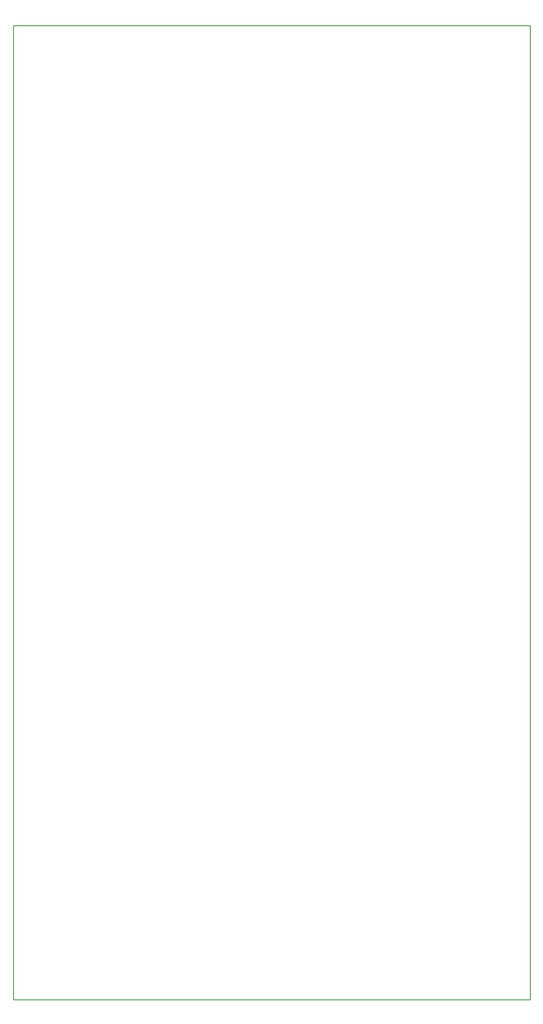
<source format=gbr>
%TF.GenerationSoftware,KiCad,Pcbnew,7.0.2-0*%
%TF.CreationDate,2024-01-04T17:04:27-05:00*%
%TF.ProjectId,AudioAmplifier,41756469-6f41-46d7-906c-69666965722e,rev?*%
%TF.SameCoordinates,Original*%
%TF.FileFunction,Profile,NP*%
%FSLAX46Y46*%
G04 Gerber Fmt 4.6, Leading zero omitted, Abs format (unit mm)*
G04 Created by KiCad (PCBNEW 7.0.2-0) date 2024-01-04 17:04:27*
%MOMM*%
%LPD*%
G01*
G04 APERTURE LIST*
%TA.AperFunction,Profile*%
%ADD10C,0.100000*%
%TD*%
G04 APERTURE END LIST*
D10*
X180898800Y-149606000D02*
X127406400Y-149606000D01*
X180898800Y-48768000D02*
X180898800Y-149606000D01*
X127406400Y-48768000D02*
X180898800Y-48768000D01*
X127406400Y-48768000D02*
X127406400Y-149606000D01*
M02*

</source>
